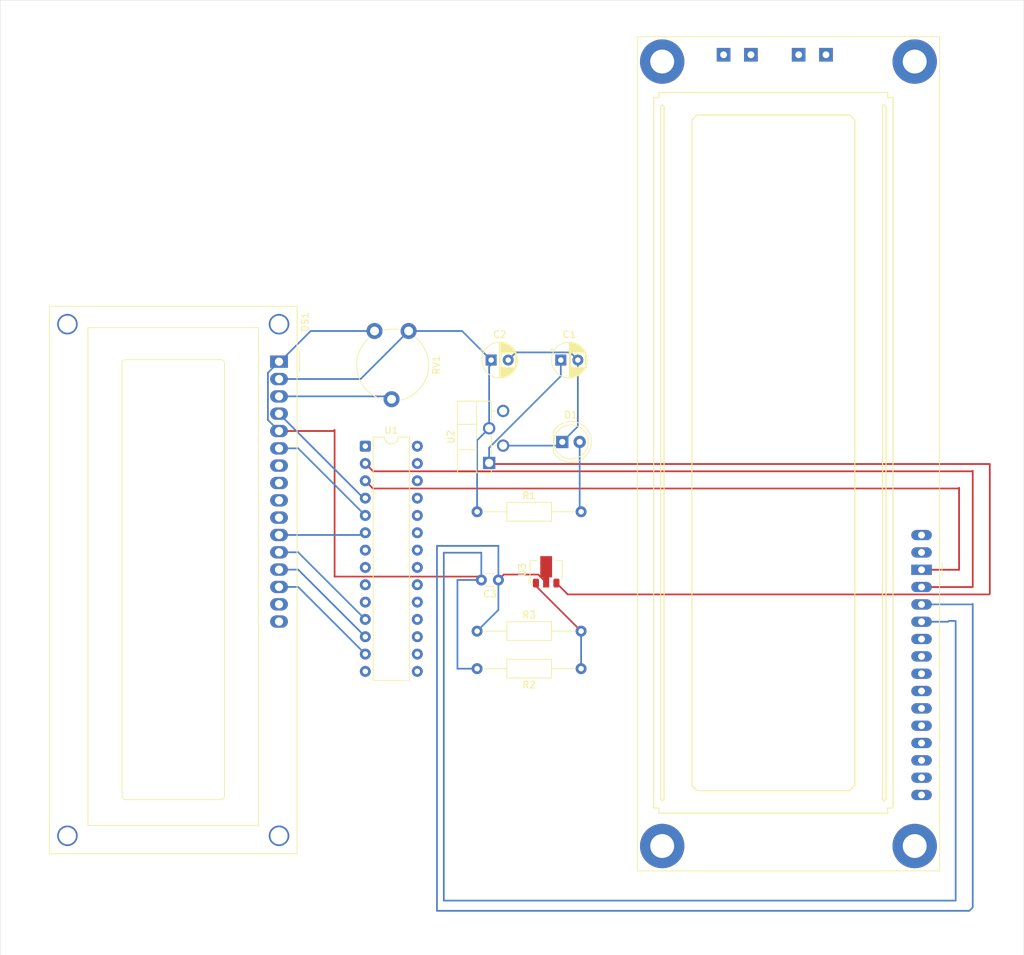
<source format=kicad_pcb>
(kicad_pcb (version 20241229) (generator "pcbnew") (generator_version "9.0")
  (layers (0 "F.Cu" signal) (2 "B.Cu" signal) (13 "F.Paste" user) (15 "B.Paste" user) (5 "F.SilkS" user "F.Silkscreen") (7 "B.SilkS" user "B.Silkscreen") (1 "F.Mask" user) (3 "B.Mask" user) (25 "Edge.Cuts" user))
  (net 0 "")
  (net 1 "Net-(D1-K)")
  (net 2 "+12V")
  (net 3 "+5V")
  (net 4 "GND")
  (net 5 "Net-(J1-Pin_3)")
  (net 6 "Net-(D1-A)")
  (net 7 "Net-(DS1-RS)")
  (net 8 "Net-(DS1-VO)")
  (net 9 "Net-(DS1-D7)")
  (net 10 "Net-(DS1-D5)")
  (net 11 "Net-(DS1-E)")
  (net 12 "Net-(DS1-D6)")
  (net 19 "Net-(DS1-D4)")
  (net 20 "Net-(J1-Pin_2)")
  (net 21 "Net-(J1-Pin_1)")
  (net 22 "Net-(U3-ADJ)")
  (net 28 "/PH Sensor")
  (net 34 "/Water Flow Sensor")
  (net 39 "/Temperature")
  (net 42 "/Turbidity Sensor")
  (footprint "Resistor_THT:R_Axial_DIN0207_L6.3mm_D2.5mm_P15.24mm_Horizontal" (layer "F.Cu") (at 95.38 112)
    (property "Reference" "R3" (at 7.62 -2.37 0) (layer "F.SilkS"))
    (property "Value" "R")
    (pad "1" thru_hole circle (at 0 0) (size 1.6 1.6) (drill 0.8) (layers "*.Cu" "*.Mask") (net 5 "Net-(J1-Pin_3)"))
    (pad "2" thru_hole oval (at 15.24 0) (size 1.6 1.6) (drill 0.8) (layers "*.Cu" "*.Mask") (net 22 "Net-(U3-ADJ)"))
  )
  (footprint "Display:WC1602A" (layer "F.Cu") (at 66.3575 72.5 -90)
    (property "Reference" "DS1" (at -5.82 -3.81 90) (layer "F.SilkS"))
    (property "Value" "WC1602A")
    (pad "" thru_hole circle (at -5.4991 0 270) (size 3 3) (drill 2.5) (layers "*.Cu" "*.Mask"))
    (pad "" thru_hole circle (at -5.4991 31.0007 270) (size 3 3) (drill 2.5) (layers "*.Cu" "*.Mask"))
    (pad "" thru_hole circle (at 69.49948 31.0007 270) (size 3 3) (drill 2.5) (layers "*.Cu" "*.Mask"))
    (pad "" thru_hole circle (at 69.5 0 270) (size 3 3) (drill 2.5) (layers "*.Cu" "*.Mask"))
    (pad "1" thru_hole rect (at 0 0 270) (size 1.8 2.6) (drill 1.2) (layers "*.Cu" "*.Mask") (net 4 "GND"))
    (pad "2" thru_hole oval (at 2.54 0 270) (size 1.8 2.6) (drill 1.2) (layers "*.Cu" "*.Mask") (net 3 "+5V"))
    (pad "3" thru_hole oval (at 5.08 0 270) (size 1.8 2.6) (drill 1.2) (layers "*.Cu" "*.Mask") (net 8 "Net-(DS1-VO)"))
    (pad "4" thru_hole oval (at 7.62 0 270) (size 1.8 2.6) (drill 1.2) (layers "*.Cu" "*.Mask") (net 7 "Net-(DS1-RS)"))
    (pad "5" thru_hole oval (at 10.16 0 270) (size 1.8 2.6) (drill 1.2) (layers "*.Cu" "*.Mask") (net 4 "GND"))
    (pad "6" thru_hole oval (at 12.7 0 270) (size 1.8 2.6) (drill 1.2) (layers "*.Cu" "*.Mask") (net 11 "Net-(DS1-E)"))
    (pad "7" thru_hole oval (at 15.24 0 270) (size 1.8 2.6) (drill 1.2) (layers "*.Cu" "*.Mask"))
    (pad "8" thru_hole oval (at 17.78 0 270) (size 1.8 2.6) (drill 1.2) (layers "*.Cu" "*.Mask"))
    (pad "9" thru_hole oval (at 20.32 0 270) (size 1.8 2.6) (drill 1.2) (layers "*.Cu" "*.Mask"))
    (pad "10" thru_hole oval (at 22.86 0 270) (size 1.8 2.6) (drill 1.2) (layers "*.Cu" "*.Mask"))
    (pad "11" thru_hole oval (at 25.4 0 270) (size 1.8 2.6) (drill 1.2) (layers "*.Cu" "*.Mask") (net 19 "Net-(DS1-D4)"))
    (pad "12" thru_hole oval (at 27.94 0 270) (size 1.8 2.6) (drill 1.2) (layers "*.Cu" "*.Mask") (net 10 "Net-(DS1-D5)"))
    (pad "13" thru_hole oval (at 30.48 0 270) (size 1.8 2.6) (drill 1.2) (layers "*.Cu" "*.Mask") (net 12 "Net-(DS1-D6)"))
    (pad "14" thru_hole oval (at 33.02 0 270) (size 1.8 2.6) (drill 1.2) (layers "*.Cu" "*.Mask") (net 9 "Net-(DS1-D7)"))
    (pad "15" thru_hole oval (at 35.56 0 270) (size 1.8 2.6) (drill 1.2) (layers "*.Cu" "*.Mask"))
    (pad "16" thru_hole oval (at 38.1 0 270) (size 1.8 2.6) (drill 1.2) (layers "*.Cu" "*.Mask"))
  )
  (footprint "Capacitor_THT:CP_Radial_D5.0mm_P2.50mm" (layer "F.Cu") (at 97.437387 72.26)
    (property "Reference" "C2" (at 1.25 -3.75 0) (layer "F.SilkS"))
    (property "Value" "C_Polarized")
    (pad "1" thru_hole rect (at 0 0) (size 1.6 1.6) (drill 0.8) (layers "*.Cu" "*.Mask") (net 3 "+5V"))
    (pad "2" thru_hole circle (at 2.5 0) (size 1.6 1.6) (drill 0.8) (layers "*.Cu" "*.Mask") (net 1 "Net-(D1-K)"))
  )
  (footprint "Display:LCD-016N002L" (layer "F.Cu") (at 160.5 103 -90)
    (property "Reference" "J1" (hide yes))
    (property "Value" "Conn_01x04")
    (pad "" thru_hole circle (at -74.5 1 90) (size 6.5 6.5) (drill 3.5) (layers "*.Cu" "*.Mask"))
    (pad "" thru_hole circle (at -74.5 38 90) (size 6.5 6.5) (drill 3.5) (layers "*.Cu" "*.Mask"))
    (pad "" thru_hole circle (at 40.5 1 90) (size 6.5 6.5) (drill 3.5) (layers "*.Cu" "*.Mask"))
    (pad "" thru_hole circle (at 40.5 38 90) (size 6.5 6.5) (drill 3.5) (layers "*.Cu" "*.Mask"))
    (pad "1" thru_hole rect (at 0 0 90) (size 1.5 3) (drill 1) (layers "*.Cu" "*.Mask") (net 21 "Net-(J1-Pin_1)"))
    (pad "2" thru_hole oval (at 2.54 0 90) (size 1.5 3) (drill 1) (layers "*.Cu" "*.Mask") (net 20 "Net-(J1-Pin_2)"))
    (pad "3" thru_hole oval (at 5.08 0 90) (size 1.5 3) (drill 1) (layers "*.Cu" "*.Mask") (net 5 "Net-(J1-Pin_3)"))
    (pad "4" thru_hole oval (at 7.62 0 90) (size 1.5 3) (drill 1) (layers "*.Cu" "*.Mask") (net 4 "GND"))
    (pad "5" thru_hole oval (at 10.16 0 90) (size 1.5 3) (drill 1) (layers "*.Cu" "*.Mask"))
    (pad "6" thru_hole oval (at 12.7 0 90) (size 1.5 3) (drill 1) (layers "*.Cu" "*.Mask"))
    (pad "7" thru_hole oval (at 15.24 0 90) (size 1.5 3) (drill 1) (layers "*.Cu" "*.Mask"))
    (pad "8" thru_hole oval (at 17.78 0 90) (size 1.5 3) (drill 1) (layers "*.Cu" "*.Mask"))
    (pad "9" thru_hole oval (at 20.32 0 90) (size 1.5 3) (drill 1) (layers "*.Cu" "*.Mask"))
    (pad "10" thru_hole oval (at 22.86 0 90) (size 1.5 3) (drill 1) (layers "*.Cu" "*.Mask"))
    (pad "11" thru_hole oval (at 25.4 0 90) (size 1.5 3) (drill 1) (layers "*.Cu" "*.Mask"))
    (pad "12" thru_hole oval (at 27.94 0 90) (size 1.5 3) (drill 1) (layers "*.Cu" "*.Mask"))
    (pad "13" thru_hole oval (at 30.48 0 90) (size 1.5 3) (drill 1) (layers "*.Cu" "*.Mask"))
    (pad "14" thru_hole oval (at 33.02 0 90) (size 1.5 3) (drill 1) (layers "*.Cu" "*.Mask"))
    (pad "15" thru_hole oval (at -2.54 0 90) (size 1.5 3) (drill 1) (layers "*.Cu" "*.Mask"))
    (pad "16" thru_hole oval (at -5.08 0 90) (size 1.5 3) (drill 1) (layers "*.Cu" "*.Mask"))
    (pad "A1" thru_hole rect (at -75.5 14 90) (size 2 2) (drill 1) (layers "*.Cu" "*.Mask"))
    (pad "A2" thru_hole rect (at -75.5 25 90) (size 2 2) (drill 1) (layers "*.Cu" "*.Mask"))
    (pad "K1" thru_hole rect (at -75.5 18 90) (size 2 2) (drill 1) (layers "*.Cu" "*.Mask"))
    (pad "K2" thru_hole rect (at -75.5 29 90) (size 2 2) (drill 1) (layers "*.Cu" "*.Mask"))
  )
  (footprint "Package_TO_SOT_SMD:SOT-89-3" (layer "F.Cu") (at 105.5 103 90)
    (property "Reference" "U3" (at 0 -3.5 90) (layer "F.SilkS"))
    (property "Value" "LM317L_SOT-89")
    (pad "1" smd roundrect (at -1.95 -1.5 90) (size 1.3 0.9) (layers "F.Cu" "F.Mask" "F.Paste") (net 22 "Net-(U3-ADJ)"))
    (pad "2" smd custom (at -1.8625 0 90) (size 1.475 0.9) (layers "F.Cu" "F.Mask" "F.Paste") (net 5 "Net-(J1-Pin_3)") (options (clearance outline) (anchor rect)) (primitives (gr_poly (pts (xy 3.8625 0.8665) (xy 0.7375 0.8665) (xy 0.7375 -0.8665) (xy 3.8625 -0.8665)) (width 0) (fill yes))))
    (pad "3" smd roundrect (at -1.95 1.5 90) (size 1.3 0.9) (layers "F.Cu" "F.Mask" "F.Paste") (net 2 "+12V"))
  )
  (footprint "Resistor_THT:R_Axial_DIN0207_L6.3mm_D2.5mm_P15.24mm_Horizontal" (layer "F.Cu") (at 95.38 94.5)
    (property "Reference" "R1" (at 7.62 -2.37 0) (layer "F.SilkS"))
    (property "Value" "R")
    (pad "1" thru_hole circle (at 0 0) (size 1.6 1.6) (drill 0.8) (layers "*.Cu" "*.Mask") (net 3 "+5V"))
    (pad "2" thru_hole oval (at 15.24 0) (size 1.6 1.6) (drill 0.8) (layers "*.Cu" "*.Mask") (net 6 "Net-(D1-A)"))
  )
  (footprint "Package_TO_SOT_THT:TO-220F-4_P5.08x2.05mm_StaggerEven_Lead1.85mm_Vertical" (layer "F.Cu") (at 97.1425 87.34 90)
    (property "Reference" "U2" (at 3.81 -5.62 90) (layer "F.SilkS"))
    (property "Value" "L7805")
    (pad "1" thru_hole rect (at 0 0 90) (size 1.8 1.8) (drill 1.2) (layers "*.Cu" "*.Mask") (net 2 "+12V"))
    (pad "2" thru_hole circle (at 2.54 2.05 90) (size 1.8 1.8) (drill 1.2) (layers "*.Cu" "*.Mask") (net 1 "Net-(D1-K)"))
    (pad "3" thru_hole circle (at 5.08 0 90) (size 1.8 1.8) (drill 1.2) (layers "*.Cu" "*.Mask") (net 3 "+5V"))
    (pad "4" thru_hole circle (at 7.62 2.05 90) (size 1.8 1.8) (drill 1.2) (layers "*.Cu" "*.Mask"))
  )
  (footprint "LED_THT:LED_D5.0mm" (layer "F.Cu") (at 107.8675 84.26)
    (property "Reference" "D1" (at 1.27 -3.96 0) (layer "F.SilkS"))
    (property "Value" "LED")
    (pad "1" thru_hole rect (at 0 0) (size 1.8 1.8) (drill 0.9) (layers "*.Cu" "*.Mask") (net 1 "Net-(D1-K)"))
    (pad "2" thru_hole circle (at 2.54 0) (size 1.8 1.8) (drill 0.9) (layers "*.Cu" "*.Mask") (net 6 "Net-(D1-A)"))
  )
  (footprint "Resistor_THT:R_Axial_DIN0207_L6.3mm_D2.5mm_P15.24mm_Horizontal" (layer "F.Cu") (at 110.62 117.5 180)
    (property "Reference" "R2" (at 7.62 -2.37 0) (layer "F.SilkS"))
    (property "Value" "R")
    (pad "1" thru_hole circle (at 0 0 180) (size 1.6 1.6) (drill 0.8) (layers "*.Cu" "*.Mask") (net 22 "Net-(U3-ADJ)"))
    (pad "2" thru_hole oval (at 15.24 0 180) (size 1.6 1.6) (drill 0.8) (layers "*.Cu" "*.Mask") (net 4 "GND"))
  )
  (footprint "Potentiometer_THT:Potentiometer_Piher_PT-10-V10_Vertical" (layer "F.Cu") (at 80.35 68 -90)
    (property "Reference" "RV1" (at 5 -9.05 90) (layer "F.SilkS"))
    (property "Value" "R_Potentiometer")
    (pad "1" thru_hole circle (at 0 0 270) (size 2.34 2.34) (drill 1.3) (layers "*.Cu" "*.Mask") (net 4 "GND"))
    (pad "2" thru_hole circle (at 10 -2.5 270) (size 2.34 2.34) (drill 1.3) (layers "*.Cu" "*.Mask") (net 8 "Net-(DS1-VO)"))
    (pad "3" thru_hole circle (at 0 -5 270) (size 2.34 2.34) (drill 1.3) (layers "*.Cu" "*.Mask") (net 3 "+5V"))
  )
  (footprint "Capacitor_THT:C_Disc_D3.0mm_W1.6mm_P2.50mm" (layer "F.Cu") (at 98.5 104.5 180)
    (property "Reference" "C3" (at 1.25 -2.05 0) (layer "F.SilkS"))
    (property "Value" "C")
    (pad "1" thru_hole circle (at 0 0 180) (size 1.6 1.6) (drill 0.8) (layers "*.Cu" "*.Mask") (net 5 "Net-(J1-Pin_3)"))
    (pad "2" thru_hole circle (at 2.5 0 180) (size 1.6 1.6) (drill 0.8) (layers "*.Cu" "*.Mask") (net 4 "GND"))
  )
  (footprint "Capacitor_THT:CP_Radial_D5.0mm_P2.50mm" (layer "F.Cu") (at 107.6425 72.26)
    (property "Reference" "C1" (at 1.25 -3.75 0) (layer "F.SilkS"))
    (property "Value" "C_Polarized")
    (pad "1" thru_hole rect (at 0 0) (size 1.6 1.6) (drill 0.8) (layers "*.Cu" "*.Mask") (net 2 "+12V"))
    (pad "2" thru_hole circle (at 2.5 0) (size 1.6 1.6) (drill 0.8) (layers "*.Cu" "*.Mask") (net 1 "Net-(D1-K)"))
  )
  (footprint "Package_DIP:DIP-28_W7.62mm" (layer "F.Cu") (at 79 84.88)
    (property "Reference" "U1" (at 3.81 -2.33 0) (layer "F.SilkS"))
    (property "Value" "ATmega328P-P")
    (pad "1" thru_hole roundrect (at 0 0) (size 1.6 1.6) (drill 0.8) (layers "*.Cu" "*.Mask") (roundrect_rratio 0.15625))
    (pad "2" thru_hole circle (at 0 2.54) (size 1.6 1.6) (drill 0.8) (layers "*.Cu" "*.Mask") (net 20 "Net-(J1-Pin_2)"))
    (pad "3" thru_hole circle (at 0 5.08) (size 1.6 1.6) (drill 0.8) (layers "*.Cu" "*.Mask") (net 21 "Net-(J1-Pin_1)"))
    (pad "4" thru_hole circle (at 0 7.62) (size 1.6 1.6) (drill 0.8) (layers "*.Cu" "*.Mask") (net 7 "Net-(DS1-RS)"))
    (pad "5" thru_hole circle (at 0 10.16) (size 1.6 1.6) (drill 0.8) (layers "*.Cu" "*.Mask") (net 11 "Net-(DS1-E)"))
    (pad "6" thru_hole circle (at 0 12.7) (size 1.6 1.6) (drill 0.8) (layers "*.Cu" "*.Mask") (net 19 "Net-(DS1-D4)"))
    (pad "7" thru_hole circle (at 0 15.24) (size 1.6 1.6) (drill 0.8) (layers "*.Cu" "*.Mask"))
    (pad "8" thru_hole circle (at 0 17.78) (size 1.6 1.6) (drill 0.8) (layers "*.Cu" "*.Mask"))
    (pad "9" thru_hole circle (at 0 20.32) (size 1.6 1.6) (drill 0.8) (layers "*.Cu" "*.Mask"))
    (pad "10" thru_hole circle (at 0 22.86) (size 1.6 1.6) (drill 0.8) (layers "*.Cu" "*.Mask"))
    (pad "11" thru_hole circle (at 0 25.4) (size 1.6 1.6) (drill 0.8) (layers "*.Cu" "*.Mask") (net 10 "Net-(DS1-D5)"))
    (pad "12" thru_hole circle (at 0 27.94) (size 1.6 1.6) (drill 0.8) (layers "*.Cu" "*.Mask") (net 12 "Net-(DS1-D6)"))
    (pad "13" thru_hole circle (at 0 30.48) (size 1.6 1.6) (drill 0.8) (layers "*.Cu" "*.Mask") (net 9 "Net-(DS1-D7)"))
    (pad "14" thru_hole circle (at 0 33.02) (size 1.6 1.6) (drill 0.8) (layers "*.Cu" "*.Mask"))
    (pad "15" thru_hole circle (at 7.62 33.02) (size 1.6 1.6) (drill 0.8) (layers "*.Cu" "*.Mask"))
    (pad "16" thru_hole circle (at 7.62 30.48) (size 1.6 1.6) (drill 0.8) (layers "*.Cu" "*.Mask"))
    (pad "17" thru_hole circle (at 7.62 27.94) (size 1.6 1.6) (drill 0.8) (layers "*.Cu" "*.Mask"))
    (pad "18" thru_hole circle (at 7.62 25.4) (size 1.6 1.6) (drill 0.8) (layers "*.Cu" "*.Mask"))
    (pad "19" thru_hole circle (at 7.62 22.86) (size 1.6 1.6) (drill 0.8) (layers "*.Cu" "*.Mask"))
    (pad "20" thru_hole circle (at 7.62 20.32) (size 1.6 1.6) (drill 0.8) (layers "*.Cu" "*.Mask"))
    (pad "21" thru_hole circle (at 7.62 17.78) (size 1.6 1.6) (drill 0.8) (layers "*.Cu" "*.Mask"))
    (pad "22" thru_hole circle (at 7.62 15.24) (size 1.6 1.6) (drill 0.8) (layers "*.Cu" "*.Mask"))
    (pad "23" thru_hole circle (at 7.62 12.7) (size 1.6 1.6) (drill 0.8) (layers "*.Cu" "*.Mask") (net 39 "/Temperature"))
    (pad "24" thru_hole circle (at 7.62 10.16) (size 1.6 1.6) (drill 0.8) (layers "*.Cu" "*.Mask") (net 42 "/Turbidity Sensor"))
    (pad "25" thru_hole circle (at 7.62 7.62) (size 1.6 1.6) (drill 0.8) (layers "*.Cu" "*.Mask") (net 34 "/Water Flow Sensor"))
    (pad "26" thru_hole circle (at 7.62 5.08) (size 1.6 1.6) (drill 0.8) (layers "*.Cu" "*.Mask"))
    (pad "27" thru_hole circle (at 7.62 2.54) (size 1.6 1.6) (drill 0.8) (layers "*.Cu" "*.Mask") (net 28 "/PH Sensor"))
    (pad "28" thru_hole circle (at 7.62 0) (size 1.6 1.6) (drill 0.8) (layers "*.Cu" "*.Mask"))
  )
  (gr_rect (start 25.5 19.5) (end 175.5 159.5) (stroke (width 0.05)) (fill no) (layer "Edge.Cuts"))
  (segment (start 99.937387 72.26) (end 101.063387 71.134) (width 0.25) (layer "B.Cu") (net 1))
  (segment (start 110.1425 81.985) (end 107.8675 84.26) (width 0.25) (layer "B.Cu") (net 1))
  (segment (start 99.1925 84.8) (end 107.3275 84.8) (width 0.25) (layer "B.Cu") (net 1))
  (segment (start 101.063387 71.134) (end 109.0165 71.134) (width 0.25) (layer "B.Cu") (net 1))
  (segment (start 107.3275 84.8) (end 107.8675 84.26) (width 0.25) (layer "B.Cu") (net 1))
  (segment (start 109.0165 71.134) (end 110.1425 72.26) (width 0.25) (layer "B.Cu") (net 1))
  (segment (start 110.1425 72.26) (end 110.1425 81.985) (width 0.25) (layer "B.Cu") (net 1))
  (segment (start 97.3025 87.5) (end 170.5 87.5) (width 0.25) (layer "F.Cu") (net 2))
  (segment (start 108.666 106.616) (end 107 104.95) (width 0.25) (layer "F.Cu") (net 2))
  (segment (start 170.384 106.616) (end 108.666 106.616) (width 0.25) (layer "F.Cu") (net 2))
  (segment (start 170.5 106.5) (end 170.384 106.616) (width 0.25) (layer "F.Cu") (net 2))
  (segment (start 97.1425 87.34) (end 97.3025 87.5) (width 0.25) (layer "F.Cu") (net 2))
  (segment (start 170.5 87.5) (end 170.5 106.5) (width 0.25) (layer "F.Cu") (net 2))
  (segment (start 107.6425 74.616174) (end 97.1425 85.116174) (width 0.25) (layer "B.Cu") (net 2))
  (segment (start 107.6425 72.26) (end 107.6425 74.616174) (width 0.25) (layer "B.Cu") (net 2))
  (segment (start 97.1425 85.116174) (end 97.1425 87.34) (width 0.25) (layer "B.Cu") (net 2))
  (segment (start 97.1425 73.232274) (end 97.1425 82.26) (width 0.25) (layer "B.Cu") (net 3))
  (segment (start 78.31 75.04) (end 85.35 68) (width 0.25) (layer "B.Cu") (net 3))
  (segment (start 93.177387 68) (end 97.437387 72.26) (width 0.25) (layer "B.Cu") (net 3))
  (segment (start 66.3575 75.04) (end 78.31 75.04) (width 0.25) (layer "B.Cu") (net 3))
  (segment (start 97.1425 82.26) (end 95.38 84.0225) (width 0.25) (layer "B.Cu") (net 3))
  (segment (start 95.38 84.0225) (end 95.38 94.5) (width 0.25) (layer "B.Cu") (net 3))
  (segment (start 97.437387 72.937387) (end 97.1425 73.232274) (width 0.25) (layer "B.Cu") (net 3))
  (segment (start 97.437387 72.26) (end 97.437387 72.937387) (width 0.25) (layer "B.Cu") (net 3))
  (segment (start 85.35 68) (end 93.177387 68) (width 0.25) (layer "B.Cu") (net 3))
  (segment (start 95.5 104) (end 96 104.5) (width 0.25) (layer "F.Cu") (net 4))
  (segment (start 74.5 104) (end 95.5 104) (width 0.25) (layer "F.Cu") (net 4))
  (segment (start 66.3575 82.66) (end 74.34 82.66) (width 0.25) (layer "F.Cu") (net 4))
  (segment (start 74.5 82.5) (end 74.5 104) (width 0.25) (layer "F.Cu") (net 4))
  (segment (start 74.34 82.66) (end 74.5 82.5) (width 0.25) (layer "F.Cu") (net 4))
  (segment (start 66.5 72.5) (end 71 68) (width 0.25) (layer "B.Cu") (net 4))
  (segment (start 164.38 110.62) (end 160.5 110.62) (width 0.25) (layer "B.Cu") (net 4))
  (segment (start 165.5 110.5) (end 164.5 110.5) (width 0.25) (layer "B.Cu") (net 4))
  (segment (start 66.3575 72.5) (end 64.7315 74.126) (width 0.25) (layer "B.Cu") (net 4))
  (segment (start 96 104.5) (end 96 100.5) (width 0.25) (layer "B.Cu") (net 4))
  (segment (start 64.7315 81.034) (end 66.3575 82.66) (width 0.25) (layer "B.Cu") (net 4))
  (segment (start 92.5 117.5) (end 95.38 117.5) (width 0.25) (layer "B.Cu") (net 4))
  (segment (start 71 68) (end 80.35 68) (width 0.25) (layer "B.Cu") (net 4))
  (segment (start 96 104.5) (end 92.5 104.5) (width 0.25) (layer "B.Cu") (net 4))
  (segment (start 96 100.5) (end 90.5 100.5) (width 0.25) (layer "B.Cu") (net 4))
  (segment (start 64.7315 74.126) (end 64.7315 81.034) (width 0.25) (layer "B.Cu") (net 4))
  (segment (start 164.5 110.5) (end 164.38 110.62) (width 0.25) (layer "B.Cu") (net 4))
  (segment (start 90.5 100.5) (end 90.5 151.5) (width 0.25) (layer "B.Cu") (net 4))
  (segment (start 92.5 104.5) (end 92.5 117.5) (width 0.25) (layer "B.Cu") (net 4))
  (segment (start 90.5 151.5) (end 165.5 151.5) (width 0.25) (layer "B.Cu") (net 4))
  (segment (start 66.3575 72.5) (end 66.5 72.5) (width 0.25) (layer "B.Cu") (net 4))
  (segment (start 165.5 151.5) (end 165.5 110.5) (width 0.25) (layer "B.Cu") (net 4))
  (segment (start 98.5 104.5) (end 99.299999 103.700001) (width 0.25) (layer "F.Cu") (net 5))
  (segment (start 99.299999 103.700001) (end 104.337501 103.700001) (width 0.25) (layer "F.Cu") (net 5))
  (segment (start 104.337501 103.700001) (end 105.5 104.8625) (width 0.25) (layer "F.Cu") (net 5))
  (segment (start 98.5 104.5) (end 98.5 108.88) (width 0.25) (layer "B.Cu") (net 5))
  (segment (start 89.5 153) (end 167.5 153) (width 0.25) (layer "B.Cu") (net 5))
  (segment (start 98.5 104.5) (end 98.5 99.5) (width 0.25) (layer "B.Cu") (net 5))
  (segment (start 168 152.5) (end 168 108) (width 0.25) (layer "B.Cu") (net 5))
  (segment (start 168 108) (end 167.92 108.08) (width 0.25) (layer "B.Cu") (net 5))
  (segment (start 98.5 99.5) (end 89.5 99.5) (width 0.25) (layer "B.Cu") (net 5))
  (segment (start 89.5 99.5) (end 89.5 153) (width 0.25) (layer "B.Cu") (net 5))
  (segment (start 167.92 108.08) (end 160.5 108.08) (width 0.25) (layer "B.Cu") (net 5))
  (segment (start 98.5 108.88) (end 95.38 112) (width 0.25) (layer "B.Cu") (net 5))
  (segment (start 167.5 153) (end 168 152.5) (width 0.25) (layer "B.Cu") (net 5))
  (segment (start 110.4075 84.26) (end 110.4075 94.2875) (width 0.25) (layer "B.Cu") (net 6))
  (segment (start 110.4075 94.2875) (end 110.62 94.5) (width 0.25) (layer "B.Cu") (net 6))
  (segment (start 78.7375 92.5) (end 79 92.5) (width 0.25) (layer "B.Cu") (net 7))
  (segment (start 66.3575 80.12) (end 78.7375 92.5) (width 0.25) (layer "B.Cu") (net 7))
  (segment (start 82.43 77.58) (end 82.85 78) (width 0.25) (layer "B.Cu") (net 8))
  (segment (start 66.3575 77.58) (end 82.43 77.58) (width 0.25) (layer "B.Cu") (net 8))
  (segment (start 69.16 105.52) (end 79 115.36) (width 0.25) (layer "B.Cu") (net 9))
  (segment (start 66.3575 105.52) (end 69.16 105.52) (width 0.25) (layer "B.Cu") (net 9))
  (segment (start 69.16 100.44) (end 79 110.28) (width 0.25) (layer "B.Cu") (net 10))
  (segment (start 66.3575 100.44) (end 69.16 100.44) (width 0.25) (layer "B.Cu") (net 10))
  (segment (start 69.16 85.2) (end 79 95.04) (width 0.25) (layer "B.Cu") (net 11))
  (segment (start 66.3575 85.2) (end 69.16 85.2) (width 0.25) (layer "B.Cu") (net 11))
  (segment (start 69.16 102.98) (end 79 112.82) (width 0.25) (layer "B.Cu") (net 12))
  (segment (start 66.3575 102.98) (end 69.16 102.98) (width 0.25) (layer "B.Cu") (net 12))
  (segment (start 78.68 97.9) (end 79 97.58) (width 0.25) (layer "B.Cu") (net 19))
  (segment (start 66.3575 97.9) (end 78.68 97.9) (width 0.25) (layer "B.Cu") (net 19))
  (segment (start 167.96 105.54) (end 160.5 105.54) (width 0.25) (layer "F.Cu") (net 20))
  (segment (start 80.146 88.566) (end 167.934 88.566) (width 0.25) (layer "F.Cu") (net 20))
  (segment (start 168 105.5) (end 167.96 105.54) (width 0.25) (layer "F.Cu") (net 20))
  (segment (start 168 88.5) (end 168 105.5) (width 0.25) (layer "F.Cu") (net 20))
  (segment (start 167.934 88.566) (end 168 88.5) (width 0.25) (layer "F.Cu") (net 20))
  (segment (start 79 87.42) (end 80.146 88.566) (width 0.25) (layer "F.Cu") (net 20))
  (segment (start 80.126 91.086) (end 165.914 91.086) (width 0.25) (layer "F.Cu") (net 21))
  (segment (start 165.914 91.086) (end 166 91) (width 0.25) (layer "F.Cu") (net 21))
  (segment (start 166 103) (end 160.5 103) (width 0.25) (layer "F.Cu") (net 21))
  (segment (start 166 91) (end 166 103) (width 0.25) (layer "F.Cu") (net 21))
  (segment (start 79 89.96) (end 80.126 91.086) (width 0.25) (layer "F.Cu") (net 21))
  (segment (start 104 105.38) (end 110.62 112) (width 0.25) (layer "F.Cu") (net 22))
  (segment (start 104 104.95) (end 104 105.38) (width 0.25) (layer "F.Cu") (net 22))
  (segment (start 110.62 117.5) (end 110.62 112) (width 0.25) (layer "B.Cu") (net 22))
)
</source>
